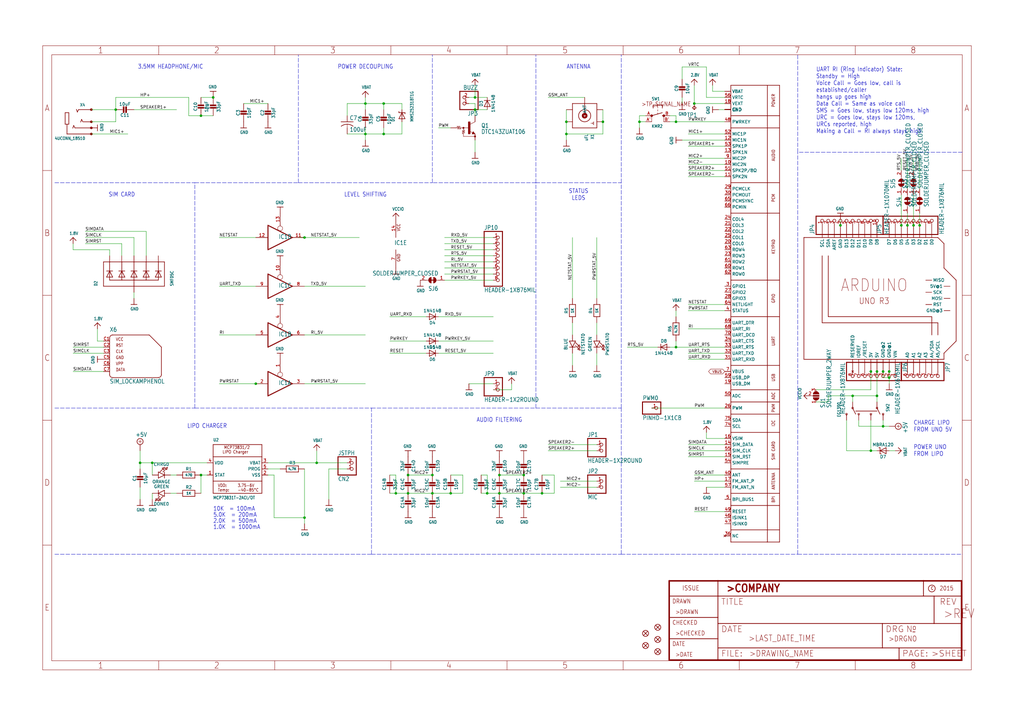
<source format=kicad_sch>
(kicad_sch (version 20211123) (generator eeschema)
  (paper "User" 427.076 299.161)
  (junction (at 83.82 198.12))
  (junction (at 363.22 187.96))
  (junction (at 370.84 157.48))
  (junction (at 127 215.9))
  (junction (at 378.46 93.98))
  (junction (at 152.4 43.18))
  (junction (at 355.6 165.1))
  (junction (at 251.46 50.8))
  (junction (at 127 99.06))
  (junction (at 236.22 55.88))
  (junction (at 152.4 55.88))
  (junction (at 165.1 205.74))
  (junction (at 198.12 40.64))
  (junction (at 218.44 205.74))
  (junction (at 180.34 198.12))
  (junction (at 381 93.98))
  (junction (at 198.12 45.72))
  (junction (at 170.18 198.12))
  (junction (at 350.52 93.98))
  (junction (at 180.34 205.74))
  (junction (at 58.42 193.04))
  (junction (at 365.76 165.1))
  (junction (at 48.26 45.72))
  (junction (at 365.76 154.94))
  (junction (at 289.56 43.18))
  (junction (at 363.22 154.94))
  (junction (at 370.84 154.94))
  (junction (at 88.9 40.64))
  (junction (at 218.44 198.12))
  (junction (at 106.68 160.02))
  (junction (at 383.54 93.98))
  (junction (at 368.3 177.8))
  (junction (at 160.02 43.18))
  (junction (at 281.94 50.8))
  (junction (at 83.82 48.26))
  (junction (at 187.96 205.74))
  (junction (at 236.22 50.8))
  (junction (at 63.5 193.04))
  (junction (at 160.02 55.88))
  (junction (at 281.94 144.78))
  (junction (at 266.7 50.8))
  (junction (at 226.06 205.74))
  (junction (at 203.2 205.74))
  (junction (at 208.28 198.12))
  (junction (at 368.3 154.94))
  (junction (at 170.18 205.74))
  (junction (at 208.28 205.74))
  (junction (at 132.08 193.04))
  (junction (at 375.92 93.98))
  (wire (pts (xy 284.48 27.94) (xy 284.48 33.02)))
  (wire (pts (xy 236.22 58.42) (xy 236.22 55.88)))
  (wire (pts (xy 195.58 43.18) (xy 198.12 43.18)))
  (wire (pts (xy 187.96 53.34) (xy 182.88 53.34)))
  (wire (pts (xy 355.6 167.64) (xy 355.6 165.1)))
  (wire (pts (xy 281.94 50.8) (xy 279.4 50.8)))
  (wire (pts (xy 236.22 55.88) (xy 251.46 55.88)))
  (wire (pts (xy 152.4 43.18) (xy 152.4 40.64)))
  (wire (pts (xy 43.18 142.24) (xy 40.64 142.24)))
  (wire (pts (xy 180.34 198.12) (xy 170.18 198.12)))
  (wire (pts (xy 248.92 99.06) (xy 248.92 124.46)))
  (wire (pts (xy 294.64 203.2) (xy 302.26 203.2)))
  (wire (pts (xy 302.26 137.16) (xy 287.02 137.16)))
  (wire (pts (xy 127 195.58) (xy 127 215.9)))
  (wire (pts (xy 106.68 99.06) (xy 91.44 99.06)))
  (wire (pts (xy 38.1 55.88) (xy 53.34 55.88)))
  (wire (pts (xy 302.26 147.32) (xy 287.02 147.32)))
  (wire (pts (xy 302.26 71.12) (xy 287.02 71.12)))
  (wire (pts (xy 226.06 198.12) (xy 231.14 198.12)))
  (wire (pts (xy 114.3 198.12) (xy 114.3 215.9)))
  (polyline (pts (xy 180.34 76.2) (xy 180.34 22.86)))
  (wire (pts (xy 294.64 40.64) (xy 294.64 27.94)))
  (wire (pts (xy 368.3 177.8) (xy 370.84 177.8)))
  (polyline (pts (xy 154.94 231.14) (xy 259.08 231.14)))
  (wire (pts (xy 340.36 162.56) (xy 363.22 162.56)))
  (wire (pts (xy 358.14 175.26) (xy 358.14 177.8)))
  (polyline (pts (xy 332.74 231.14) (xy 401.32 231.14)))
  (wire (pts (xy 60.96 96.52) (xy 35.56 96.52)))
  (polyline (pts (xy 124.46 76.2) (xy 180.34 76.2)))
  (wire (pts (xy 251.46 50.8) (xy 251.46 45.72)))
  (wire (pts (xy 185.42 101.6) (xy 205.74 101.6)))
  (wire (pts (xy 45.72 106.68) (xy 45.72 104.14)))
  (polyline (pts (xy 22.86 170.18) (xy 81.28 170.18)))
  (wire (pts (xy 236.22 45.72) (xy 236.22 50.8)))
  (polyline (pts (xy 223.52 170.18) (xy 259.08 170.18)))
  (wire (pts (xy 302.26 149.86) (xy 287.02 149.86)))
  (wire (pts (xy 182.88 142.24) (xy 205.74 142.24)))
  (wire (pts (xy 236.22 50.8) (xy 236.22 55.88)))
  (wire (pts (xy 365.76 187.96) (xy 363.22 187.96)))
  (wire (pts (xy 63.5 193.04) (xy 86.36 193.04)))
  (polyline (pts (xy 259.08 231.14) (xy 332.74 231.14)))
  (wire (pts (xy 231.14 205.74) (xy 226.06 205.74)))
  (polyline (pts (xy 223.52 76.2) (xy 259.08 76.2)))
  (wire (pts (xy 48.26 45.72) (xy 48.26 40.64)))
  (wire (pts (xy 355.6 165.1) (xy 365.76 165.1)))
  (wire (pts (xy 177.8 142.24) (xy 162.56 142.24)))
  (wire (pts (xy 266.7 48.26) (xy 266.7 50.8)))
  (wire (pts (xy 48.26 40.64) (xy 78.74 40.64)))
  (wire (pts (xy 167.64 55.88) (xy 167.64 50.8)))
  (polyline (pts (xy 223.52 170.18) (xy 223.52 76.2)))
  (wire (pts (xy 363.22 175.26) (xy 363.22 187.96)))
  (polyline (pts (xy 332.74 231.14) (xy 332.74 63.5)))
  (wire (pts (xy 132.08 193.04) (xy 132.08 187.96)))
  (polyline (pts (xy 401.32 63.5) (xy 332.74 63.5)))
  (wire (pts (xy 363.22 162.56) (xy 363.22 154.94)))
  (wire (pts (xy 152.4 58.42) (xy 152.4 55.88)))
  (wire (pts (xy 281.94 132.08) (xy 281.94 129.54)))
  (wire (pts (xy 73.66 198.12) (xy 71.12 198.12)))
  (wire (pts (xy 274.32 144.78) (xy 261.62 144.78)))
  (wire (pts (xy 152.4 43.18) (xy 160.02 43.18)))
  (wire (pts (xy 152.4 55.88) (xy 160.02 55.88)))
  (wire (pts (xy 248.92 134.62) (xy 248.92 139.7)))
  (wire (pts (xy 205.74 160.02) (xy 195.58 160.02)))
  (wire (pts (xy 238.76 147.32) (xy 238.76 152.4)))
  (wire (pts (xy 165.1 205.74) (xy 170.18 205.74)))
  (wire (pts (xy 83.82 198.12) (xy 86.36 198.12)))
  (wire (pts (xy 127 139.7) (xy 152.4 139.7)))
  (wire (pts (xy 165.1 205.74) (xy 162.56 205.74)))
  (wire (pts (xy 160.02 53.34) (xy 160.02 55.88)))
  (wire (pts (xy 101.6 43.18) (xy 111.76 43.18)))
  (wire (pts (xy 58.42 203.2) (xy 58.42 208.28)))
  (wire (pts (xy 30.48 104.14) (xy 30.48 101.6)))
  (wire (pts (xy 226.06 205.74) (xy 218.44 205.74)))
  (wire (pts (xy 73.66 205.74) (xy 71.12 205.74)))
  (wire (pts (xy 162.56 198.12) (xy 165.1 198.12)))
  (wire (pts (xy 381 66.04) (xy 381 71.12)))
  (wire (pts (xy 160.02 43.18) (xy 167.64 43.18)))
  (wire (pts (xy 269.24 50.8) (xy 266.7 50.8)))
  (wire (pts (xy 88.9 48.26) (xy 83.82 48.26)))
  (wire (pts (xy 231.14 198.12) (xy 231.14 205.74)))
  (wire (pts (xy 208.28 205.74) (xy 218.44 205.74)))
  (wire (pts (xy 193.04 205.74) (xy 187.96 205.74)))
  (wire (pts (xy 302.26 43.18) (xy 289.56 43.18)))
  (wire (pts (xy 281.94 48.26) (xy 281.94 50.8)))
  (wire (pts (xy 218.44 198.12) (xy 208.28 198.12)))
  (wire (pts (xy 111.76 198.12) (xy 114.3 198.12)))
  (wire (pts (xy 378.46 93.98) (xy 378.46 88.9)))
  (wire (pts (xy 302.26 129.54) (xy 287.02 129.54)))
  (wire (pts (xy 383.54 78.74) (xy 383.54 66.04)))
  (wire (pts (xy 228.6 187.96) (xy 248.92 187.96)))
  (wire (pts (xy 198.12 40.64) (xy 195.58 40.64)))
  (wire (pts (xy 109.22 160.02) (xy 106.68 160.02)))
  (wire (pts (xy 271.78 170.18) (xy 302.26 170.18)))
  (wire (pts (xy 30.48 154.94) (xy 43.18 154.94)))
  (wire (pts (xy 281.94 144.78) (xy 302.26 144.78)))
  (wire (pts (xy 193.04 198.12) (xy 193.04 205.74)))
  (polyline (pts (xy 223.52 76.2) (xy 180.34 76.2)))
  (wire (pts (xy 144.78 48.26) (xy 144.78 43.18)))
  (wire (pts (xy 58.42 193.04) (xy 63.5 193.04)))
  (wire (pts (xy 58.42 193.04) (xy 58.42 187.96)))
  (polyline (pts (xy 81.28 170.18) (xy 81.28 76.2)))
  (wire (pts (xy 185.42 106.68) (xy 205.74 106.68)))
  (wire (pts (xy 248.92 185.42) (xy 228.6 185.42)))
  (wire (pts (xy 365.76 154.94) (xy 365.76 165.1)))
  (wire (pts (xy 124.46 99.06) (xy 127 99.06)))
  (wire (pts (xy 203.2 198.12) (xy 203.2 205.74)))
  (wire (pts (xy 205.74 114.3) (xy 185.42 114.3)))
  (wire (pts (xy 368.3 157.48) (xy 370.84 157.48)))
  (wire (pts (xy 78.74 40.64) (xy 78.74 48.26)))
  (wire (pts (xy 368.3 154.94) (xy 368.3 157.48)))
  (wire (pts (xy 78.74 48.26) (xy 83.82 48.26)))
  (wire (pts (xy 251.46 55.88) (xy 251.46 50.8)))
  (wire (pts (xy 45.72 104.14) (xy 30.48 104.14)))
  (wire (pts (xy 198.12 43.18) (xy 198.12 45.72)))
  (wire (pts (xy 370.84 154.94) (xy 370.84 157.48)))
  (wire (pts (xy 375.92 66.04) (xy 375.92 71.12)))
  (wire (pts (xy 279.4 48.26) (xy 281.94 48.26)))
  (wire (pts (xy 353.06 175.26) (xy 353.06 187.96)))
  (wire (pts (xy 198.12 58.42) (xy 198.12 63.5)))
  (wire (pts (xy 114.3 215.9) (xy 127 215.9)))
  (wire (pts (xy 58.42 195.58) (xy 58.42 193.04)))
  (wire (pts (xy 198.12 35.56) (xy 198.12 40.64)))
  (wire (pts (xy 111.76 195.58) (xy 116.84 195.58)))
  (wire (pts (xy 63.5 205.74) (xy 63.5 208.28)))
  (polyline (pts (xy 259.08 170.18) (xy 259.08 76.2)))
  (wire (pts (xy 302.26 127) (xy 287.02 127)))
  (wire (pts (xy 284.48 40.64) (xy 284.48 43.18)))
  (wire (pts (xy 368.3 175.26) (xy 368.3 177.8)))
  (wire (pts (xy 106.68 119.38) (xy 91.44 119.38)))
  (wire (pts (xy 187.96 205.74) (xy 180.34 205.74)))
  (wire (pts (xy 294.64 27.94) (xy 284.48 27.94)))
  (wire (pts (xy 287.02 60.96) (xy 302.26 60.96)))
  (wire (pts (xy 302.26 66.04) (xy 287.02 66.04)))
  (polyline (pts (xy 223.52 76.2) (xy 223.52 22.86)))
  (wire (pts (xy 302.26 50.8) (xy 281.94 50.8)))
  (wire (pts (xy 182.88 132.08) (xy 205.74 132.08)))
  (wire (pts (xy 205.74 109.22) (xy 185.42 109.22)))
  (wire (pts (xy 182.88 147.32) (xy 205.74 147.32)))
  (wire (pts (xy 160.02 55.88) (xy 167.64 55.88)))
  (wire (pts (xy 127 160.02) (xy 152.4 160.02)))
  (polyline (pts (xy 22.86 76.2) (xy 81.28 76.2)))
  (wire (pts (xy 353.06 187.96) (xy 363.22 187.96)))
  (wire (pts (xy 83.82 205.74) (xy 83.82 198.12)))
  (wire (pts (xy 281.94 144.78) (xy 281.94 142.24)))
  (wire (pts (xy 383.54 88.9) (xy 383.54 93.98)))
  (wire (pts (xy 370.84 157.48) (xy 370.84 160.02)))
  (wire (pts (xy 269.24 48.26) (xy 266.7 48.26)))
  (wire (pts (xy 40.64 142.24) (xy 40.64 137.16)))
  (wire (pts (xy 213.36 162.56) (xy 205.74 162.56)))
  (wire (pts (xy 302.26 200.66) (xy 289.56 200.66)))
  (polyline (pts (xy 259.08 231.14) (xy 259.08 170.18)))
  (wire (pts (xy 198.12 45.72) (xy 203.2 45.72)))
  (wire (pts (xy 228.6 40.64) (xy 243.84 40.64)))
  (wire (pts (xy 83.82 40.64) (xy 88.9 40.64)))
  (wire (pts (xy 55.88 99.06) (xy 35.56 99.06)))
  (wire (pts (xy 340.36 167.64) (xy 345.44 167.64)))
  (wire (pts (xy 73.66 45.72) (xy 55.88 45.72)))
  (wire (pts (xy 238.76 124.46) (xy 238.76 99.06)))
  (wire (pts (xy 132.08 193.04) (xy 111.76 193.04)))
  (wire (pts (xy 132.08 193.04) (xy 144.78 193.04)))
  (wire (pts (xy 55.88 121.92) (xy 55.88 124.46)))
  (wire (pts (xy 205.74 104.14) (xy 185.42 104.14)))
  (wire (pts (xy 38.1 50.8) (xy 48.26 50.8)))
  (wire (pts (xy 50.8 106.68) (xy 50.8 101.6)))
  (wire (pts (xy 203.2 205.74) (xy 208.28 205.74)))
  (wire (pts (xy 144.78 55.88) (xy 152.4 55.88)))
  (wire (pts (xy 373.38 187.96) (xy 370.84 187.96)))
  (wire (pts (xy 43.18 144.78) (xy 30.48 144.78)))
  (polyline (pts (xy 259.08 76.2) (xy 259.08 22.86)))
  (wire (pts (xy 302.26 187.96) (xy 287.02 187.96)))
  (wire (pts (xy 165.1 198.12) (xy 165.1 205.74)))
  (wire (pts (xy 378.46 78.74) (xy 378.46 66.04)))
  (wire (pts (xy 213.36 160.02) (xy 213.36 162.56)))
  (polyline (pts (xy 154.94 231.14) (xy 154.94 170.18)))
  (polyline (pts (xy 81.28 76.2) (xy 124.46 76.2)))
  (wire (pts (xy 302.26 190.5) (xy 287.02 190.5)))
  (wire (pts (xy 365.76 165.1) (xy 365.76 167.64)))
  (wire (pts (xy 287.02 73.66) (xy 302.26 73.66)))
  (wire (pts (xy 200.66 198.12) (xy 203.2 198.12)))
  (wire (pts (xy 127 119.38) (xy 152.4 119.38)))
  (wire (pts (xy 48.26 45.72) (xy 48.26 50.8)))
  (wire (pts (xy 106.68 139.7) (xy 91.44 139.7)))
  (wire (pts (xy 144.78 43.18) (xy 152.4 43.18)))
  (wire (pts (xy 43.18 147.32) (xy 30.48 147.32)))
  (wire (pts (xy 50.8 101.6) (xy 35.56 101.6)))
  (wire (pts (xy 266.7 50.8) (xy 266.7 53.34)))
  (wire (pts (xy 302.26 40.64) (xy 294.64 40.64)))
  (polyline (pts (xy 332.74 63.5) (xy 332.74 22.86)))
  (wire (pts (xy 345.44 167.64) (xy 345.44 165.1)))
  (wire (pts (xy 127 215.9) (xy 127 218.44)))
  (wire (pts (xy 198.12 45.72) (xy 198.12 48.26)))
  (wire (pts (xy 187.96 198.12) (xy 193.04 198.12)))
  (wire (pts (xy 294.64 182.88) (xy 294.64 180.34)))
  (wire (pts (xy 238.76 134.62) (xy 238.76 139.7)))
  (wire (pts (xy 287.02 55.88) (xy 302.26 55.88)))
  (wire (pts (xy 177.8 147.32) (xy 162.56 147.32)))
  (wire (pts (xy 185.42 111.76) (xy 205.74 111.76)))
  (wire (pts (xy 248.92 152.4) (xy 248.92 147.32)))
  (wire (pts (xy 137.16 195.58) (xy 137.16 208.28)))
  (wire (pts (xy 106.68 160.02) (xy 91.44 160.02)))
  (wire (pts (xy 287.02 185.42) (xy 302.26 185.42)))
  (wire (pts (xy 152.4 45.72) (xy 152.4 43.18)))
  (wire (pts (xy 302.26 38.1) (xy 297.18 38.1)))
  (wire (pts (xy 375.92 81.28) (xy 375.92 93.98)))
  (wire (pts (xy 60.96 106.68) (xy 60.96 96.52)))
  (wire (pts (xy 160.02 45.72) (xy 160.02 43.18)))
  (wire (pts (xy 127 99.06) (xy 149.86 99.06)))
  (wire (pts (xy 233.68 203.2) (xy 248.92 203.2)))
  (wire (pts (xy 287.02 68.58) (xy 302.26 68.58)))
  (wire (pts (xy 205.74 99.06) (xy 185.42 99.06)))
  (wire (pts (xy 198.12 40.64) (xy 203.2 40.64)))
  (polyline (pts (xy 154.94 170.18) (xy 223.52 170.18)))
  (wire (pts (xy 381 93.98) (xy 381 81.28)))
  (wire (pts (xy 167.64 43.18) (xy 167.64 45.72)))
  (wire (pts (xy 302.26 45.72) (xy 299.72 45.72)))
  (wire (pts (xy 281.94 144.78) (xy 279.4 144.78)))
  (wire (pts (xy 63.5 198.12) (xy 63.5 193.04)))
  (wire (pts (xy 55.88 106.68) (xy 55.88 99.06)))
  (polyline (pts (xy 22.86 231.14) (xy 154.94 231.14)))
  (wire (pts (xy 302.26 198.12) (xy 289.56 198.12)))
  (wire (pts (xy 137.16 195.58) (xy 144.78 195.58)))
  (wire (pts (xy 289.56 43.18) (xy 289.56 35.56)))
  (wire (pts (xy 302.26 213.36) (xy 289.56 213.36)))
  (wire (pts (xy 185.42 116.84) (xy 205.74 116.84)))
  (wire (pts (xy 203.2 205.74) (xy 200.66 205.74)))
  (wire (pts (xy 297.18 38.1) (xy 297.18 35.56)))
  (wire (pts (xy 152.4 53.34) (xy 152.4 55.88)))
  (wire (pts (xy 177.8 132.08) (xy 162.56 132.08)))
  (wire (pts (xy 345.44 165.1) (xy 355.6 165.1)))
  (wire (pts (xy 248.92 200.66) (xy 233.68 200.66)))
  (wire (pts (xy 48.26 45.72) (xy 38.1 45.72)))
  (wire (pts (xy 350.52 93.98) (xy 350.52 91.44)))
  (wire (pts (xy 170.18 205.74) (xy 180.34 205.74)))
  (polyline (pts (xy 124.46 76.2) (xy 124.46 22.86)))
  (wire (pts (xy 284.48 58.42) (xy 302.26 58.42)))
  (wire (pts (xy 302.26 182.88) (xy 294.64 182.88)))
  (wire (pts (xy 358.14 177.8) (xy 368.3 177.8)))
  (polyline (pts (xy 81.28 170.18) (xy 154.94 170.18)))
  (text "2.0K  = 500mA" (at 88.9 218.44 180) (effects (font (size 1.778 1.5113)) (justify left bottom)))
  (text "POWER UNO\nFROM LIPO" (at 381 190.5 180) (effects (font (size 1.778 1.5113)) (justify left bottom)))
  (text "CHARGE LIPO\nFROM UNO 5V" (at 381 180.34 180) (effects (font (size 1.778 1.5113)) (justify left bottom)))
  (text "5.0K  = 200mA" (at 88.9 215.9 180) (effects (font (size 1.778 1.5113)) (justify left bottom)))
  (text "STATUS\nLEDS" (at 241.3 81.28 180) (effects (font (size 1.778 1.5113))))
  (text "3.5MM HEADPHONE/MIC" (at 71.12 27.94 180) (effects (font (size 1.778 1.5113))))
  (text "ANTENNA" (at 241.3 27.94 180) (effects (font (size 1.778 1.5113))))
  (text "10K  = 100mA" (at 88.9 213.36 180) (effects (font (size 1.778 1.5113)) (justify left bottom)))
  (text "1.0K  = 1000mA" (at 88.9 220.98 180) (effects (font (size 1.778 1.5113)) (justify left bottom)))
  (text "SIM CARD" (at 50.8 81.28 180) (effects (font (size 1.778 1.5113))))
  (text "LIPO CHARGER" (at 86.36 177.8 180) (effects (font (size 1.778 1.5113))))
  (text "LEVEL SHIFTING" (at 152.4 81.28 180) (effects (font (size 1.778 1.5113))))
  (text "UART RI (Ring Indicator) State:\nStandby = High\nVoice Call = Goes low, call is\nestablished/caller\nhangs up goes high\nData Call = Same as voice call\nSMS = Goes low, stays low 120ms, high\nURC = Goes low, stays low 120ms,\nURCs reported, high\nMaking a Call = RI always stays high" (at 340.36 55.88 180) (effects (font (size 1.778 1.5113)) (justify left bottom)))
  (text "POWER DECOUPLING" (at 152.4 27.94 180) (effects (font (size 1.778 1.5113))))
  (text "AUDIO FILTERING" (at 208.28 175.26 180) (effects (font (size 1.778 1.5113))))
  (label "RTS_5V" (at 261.62 144.78 0) (effects (font (size 1.2446 1.2446))))
  (label "NETSTAT_5V" (at 238.76 116.84 90) (effects (font (size 1.2446 1.2446))))
  (label "SPEAKER2+" (at 287.02 71.12 0) (effects (font (size 1.2446 1.2446))))
  (label "PWRSTAT" (at 287.02 129.54 0) (effects (font (size 1.2446 1.2446))))
  (label "RXD_5V" (at 187.96 99.06 0) (effects (font (size 1.2446 1.2446))))
  (label "UART_TXD" (at 287.02 147.32 0) (effects (font (size 1.2446 1.2446))))
  (label "RI" (at 91.44 139.7 0) (effects (font (size 1.2446 1.2446))))
  (label "MIC2+" (at 172.72 198.12 0) (effects (font (size 1.2446 1.2446))))
  (label "SPEAKER2+" (at 210.82 198.12 0) (effects (font (size 1.2446 1.2446))))
  (label "HP+" (at 58.42 40.64 0) (effects (font (size 1.2446 1.2446))))
  (label "MIC2+" (at 287.02 66.04 0) (effects (font (size 1.2446 1.2446))))
  (label "TXD_5V" (at 381 71.12 90) (effects (font (size 1.2446 1.2446))))
  (label "SIMRST" (at 30.48 144.78 0) (effects (font (size 1.2446 1.2446))))
  (label "SIMCLK" (at 30.48 147.32 0) (effects (font (size 1.2446 1.2446))))
  (label "NETSTAT_5V" (at 187.96 111.76 0) (effects (font (size 1.2446 1.2446))))
  (label "MIC2-" (at 287.02 68.58 0) (effects (font (size 1.2446 1.2446))))
  (label "SIMDATA" (at 35.56 96.52 0) (effects (font (size 1.2446 1.2446))))
  (label "PWRKEY" (at 287.02 50.8 0) (effects (font (size 1.2446 1.2446))))
  (label "RXD_5V" (at 383.54 71.12 90) (effects (font (size 1.2446 1.2446))))
  (label "PWM" (at 289.56 170.18 0) (effects (font (size 1.2446 1.2446))))
  (label "NETSTAT" (at 91.44 99.06 0) (effects (font (size 1.2446 1.2446))))
  (label "UART_RXD" (at 287.02 149.86 0) (effects (font (size 1.2446 1.2446))))
  (label "VRTC" (at 287.02 27.94 0) (effects (font (size 1.2446 1.2446))))
  (label "SPEAKER2-" (at 287.02 73.66 0) (effects (font (size 1.2446 1.2446))))
  (label "RI_5V" (at 187.96 109.22 0) (effects (font (size 1.2446 1.2446))))
  (label "RXD_5V" (at 185.42 132.08 0) (effects (font (size 1.2446 1.2446))))
  (label "SIMDATA" (at 287.02 185.42 0) (effects (font (size 1.2446 1.2446))))
  (label "SIMDATA" (at 30.48 154.94 0) (effects (font (size 1.2446 1.2446))))
  (label "UART_TXD" (at 91.44 119.38 0) (effects (font (size 1.2446 1.2446))))
  (label "PWRSTAT_5V" (at 187.96 114.3 0) (effects (font (size 1.2446 1.2446))))
  (label "MIC1+" (at 104.14 43.18 0) (effects (font (size 1.2446 1.2446))))
  (label "MIC1+" (at 287.02 55.88 0) (effects (font (size 1.2446 1.2446))))
  (label "RESET_5V" (at 187.96 104.14 0) (effects (font (size 1.2446 1.2446))))
  (label "MIC2-" (at 172.72 205.74 0) (effects (font (size 1.2446 1.2446))))
  (label "TXD_5V" (at 129.54 119.38 0) (effects (font (size 1.2446 1.2446))))
  (label "SPEAKER2+" (at 228.6 187.96 0) (effects (font (size 1.2446 1.2446))))
  (label "GSM_ANT" (at 289.56 198.12 0) (effects (font (size 1.2446 1.2446))))
  (label "PWRKEY" (at 162.56 142.24 0) (effects (font (size 1.2446 1.2446))))
  (label "PWRSTAT_5V" (at 248.92 116.84 90) (effects (font (size 1.2446 1.2446))))
  (label "SPEAKER1+" (at 287.02 60.96 0) (effects (font (size 1.2446 1.2446))))
  (label "RI" (at 287.02 137.16 0) (effects (font (size 1.2446 1.2446))))
  (label "GSM_ANT" (at 228.6 40.64 0) (effects (font (size 1.2446 1.2446))))
  (label "RTS_5V" (at 375.92 71.12 90) (effects (font (size 1.2446 1.2446))))
  (label "UART_RTS" (at 287.02 144.78 0) (effects (font (size 1.2446 1.2446))))
  (label "MIC1+" (at 45.72 55.88 0) (effects (font (size 1.2446 1.2446))))
  (label "TXD_5V" (at 187.96 101.6 0) (effects (font (size 1.2446 1.2446))))
  (label "NETSTAT" (at 287.02 127 0) (effects (font (size 1.2446 1.2446))))
  (label "RESET_5V" (at 378.46 71.12 90) (effects (font (size 1.2446 1.2446))))
  (label "PWM" (at 182.88 53.34 0) (effects (font (size 1.2446 1.2446))))
  (label "PWRKEY_5V" (at 185.42 142.24 0) (effects (font (size 1.2446 1.2446))))
  (label "RI_5V" (at 129.54 139.7 0) (effects (font (size 1.2446 1.2446))))
  (label "PWRSTAT_5V" (at 129.54 160.02 0) (effects (font (size 1.2446 1.2446))))
  (label "RESET" (at 162.56 147.32 0) (effects (font (size 1.2446 1.2446))))
  (label "SPEAKER1+" (at 58.42 45.72 0) (effects (font (size 1.2446 1.2446))))
  (label "PWRSTAT" (at 91.44 160.02 0) (effects (font (size 1.2446 1.2446))))
  (label "SPEAKER2-" (at 210.82 205.74 0) (effects (font (size 1.2446 1.2446))))
  (label "SPEAKER2-" (at 228.6 185.42 0) (effects (font (size 1.2446 1.2446))))
  (label "RTS_5V" (at 187.96 106.68 0) (effects (font (size 1.2446 1.2446))))
  (label "MIC2-" (at 236.22 203.2 0) (effects (font (size 1.2446 1.2446))))
  (label "PWRKEY_5V" (at 187.96 116.84 0) (effects (font (size 1.2446 1.2446))))
  (label "SIMCLK" (at 35.56 99.06 0) (effects (font (size 1.2446 1.2446))))
  (label "SIMCLK" (at 287.02 187.96 0) (effects (font (size 1.2446 1.2446))))
  (label "RESET" (at 289.56 213.36 0) (effects (font (size 1.2446 1.2446))))
  (label "SIMRST" (at 287.02 190.5 0) (effects (font (size 1.2446 1.2446))))
  (label "NETSTAT_5V" (at 129.54 99.06 0) (effects (font (size 1.2446 1.2446))))
  (label "RESET_5V" (at 185.42 147.32 0) (effects (font (size 1.2446 1.2446))))
  (label "SIMRST" (at 35.56 101.6 0) (effects (font (size 1.2446 1.2446))))
  (label "MIC2+" (at 236.22 200.66 0) (effects (font (size 1.2446 1.2446))))
  (label "HP+" (at 289.56 200.66 0) (effects (font (size 1.2446 1.2446))))
  (label "UART_RXD" (at 162.56 132.08 0) (effects (font (size 1.2446 1.2446))))
  (global_label "VBUS" (shape bidirectional) (at 302.26 154.94 180) (effects (font (size 1.016 1.016))) (property "Intersheet References" "${INTERSHEET_REFS}" (effects hide)))
  (symbol (lib_id "eagleSchem-eagle-import:SOLDERJUMPER_CLOSED") (at 381 76.2 90) (unit 1)
    (property "Reference" "SJ3" (at 378.46 78.74 0) (effects (font (size 1.778 1.5113)) (justify left bottom)))
    (property "Value" "SOLDERJUMPER_CLOSED" (at 384.81 78.74 0) (effects (font (size 1.778 1.5113)) (justify left bottom)))
    (property "Footprint" "eagleSchem:SOLDERJUMPER_CLOSEDWIRE" (effects hide))
  )
  (symbol (lib_id "eagleSchem-eagle-import:SOLDERJUMPER_CLOSED") (at 180.34 116.84 180) (unit 1)
    (property "Reference" "SJ6" (at 182.88 119.38 0) (effects (font (size 1.778 1.5113)) (justify left bottom)))
    (property "Value" "SOLDERJUMPER_CLOSED" (at 182.88 113.03 0) (effects (font (size 1.778 1.5113)) (justify left bottom)))
    (property "Footprint" "eagleSchem:SOLDERJUMPER_CLOSEDWIRE" (effects hide))
  )
  (symbol (lib_id "eagleSchem-eagle-import:CAP_CERAMIC0805-NOOUTLINE") (at 88.9 45.72 0) (unit 1)
    (property "Reference" "C4" (at 86.61 44.47 90))
    (property "Value" "33pF" (at 91.2 44.47 90))
    (property "Footprint" "eagleSchem:0805-NO" (effects hide))
  )
  (symbol (lib_id "eagleSchem-eagle-import:DIODESOD-323") (at 203.2 43.18 90) (unit 1)
    (property "Reference" "D3" (at 200.66 43.18 0))
    (property "Value" "1N4148" (at 205.7 43.18 0))
    (property "Footprint" "eagleSchem:SOD-323" (effects hide))
  )
  (symbol (lib_id "eagleSchem-eagle-import:VBAT") (at 297.18 33.02 0) (unit 1)
    (property "Reference" "#U$40" (effects hide))
    (property "Value" "VBAT" (at 295.656 32.004 0) (effects (font (size 1.27 1.0795)) (justify left bottom)))
    (property "Footprint" "eagleSchem:" (effects hide))
  )
  (symbol (lib_id "eagleSchem-eagle-import:CON_JST_PH_2PIN") (at 147.32 193.04 0) (mirror x) (unit 1)
    (property "Reference" "CN2" (at 140.97 198.755 0) (effects (font (size 1.778 1.5113)) (justify left bottom)))
    (property "Value" "JSTPH" (at 140.97 187.96 0) (effects (font (size 1.778 1.5113)) (justify left bottom)))
    (property "Footprint" "eagleSchem:JSTPH2" (effects hide))
  )
  (symbol (lib_id "eagleSchem-eagle-import:C-USC1210") (at 144.78 50.8 0) (unit 1)
    (property "Reference" "C7" (at 145.796 50.165 0) (effects (font (size 1.778 1.5113)) (justify left bottom)))
    (property "Value" "100uF" (at 145.796 54.991 0) (effects (font (size 1.778 1.5113)) (justify left bottom)))
    (property "Footprint" "eagleSchem:C1210" (effects hide))
  )
  (symbol (lib_id "eagleSchem-eagle-import:MCP73831{slash}2") (at 99.06 195.58 0) (unit 1)
    (property "Reference" "U2" (at 88.9 184.15 0) (effects (font (size 1.27 1.0795)) (justify left bottom)))
    (property "Value" "MCP73831T-2ACI/OT" (at 88.9 208.28 0) (effects (font (size 1.27 1.0795)) (justify left bottom)))
    (property "Footprint" "eagleSchem:SOT23-5" (effects hide))
  )
  (symbol (lib_id "eagleSchem-eagle-import:DIODE-ZENERSOD123") (at 167.64 48.26 90) (unit 1)
    (property "Reference" "D1" (at 164.6174 50.8 0) (effects (font (size 1.27 1.0795)) (justify left bottom)))
    (property "Value" "MMSZ5231BT1G" (at 172.4914 50.8 0) (effects (font (size 1.27 1.0795)) (justify left bottom)))
    (property "Footprint" "eagleSchem:SOD-123" (effects hide))
  )
  (symbol (lib_id "eagleSchem-eagle-import:CAP_4PACK1206") (at 170.18 193.04 180) (unit 4)
    (property "Reference" "C14" (at 172.47 194.29 90))
    (property "Value" "33pF" (at 167.88 194.29 90))
    (property "Footprint" "eagleSchem:RESPACK_4X0603" (effects hide))
  )
  (symbol (lib_id "eagleSchem-eagle-import:GND") (at 195.58 162.56 0) (unit 1)
    (property "Reference" "#U$31" (effects hide))
    (property "Value" "GND" (at 194.056 165.1 0) (effects (font (size 1.27 1.0795)) (justify left bottom)))
    (property "Footprint" "eagleSchem:" (effects hide))
  )
  (symbol (lib_id "eagleSchem-eagle-import:74125PW") (at 116.84 139.7 0) (unit 2)
    (property "Reference" "IC1" (at 116.205 140.335 0) (effects (font (size 1.778 1.5113)) (justify left bottom)))
    (property "Value" "74VHCT125PW" (effects hide))
    (property "Footprint" "eagleSchem:TSSOP14" (effects hide))
  )
  (symbol (lib_id "eagleSchem-eagle-import:SIM_LOCKAMPHENOL") (at 55.88 147.32 0) (unit 1)
    (property "Reference" "X6" (at 45.72 138.43 0) (effects (font (size 1.778 1.5113)) (justify left bottom)))
    (property "Value" "SIM_LOCKAMPHENOL" (at 45.72 160.02 0) (effects (font (size 1.778 1.5113)) (justify left bottom)))
    (property "Footprint" "eagleSchem:C707_10M006_512_2" (effects hide))
  )
  (symbol (lib_id "eagleSchem-eagle-import:CAP_4PACK1206") (at 162.56 203.2 0) (unit 2)
    (property "Reference" "C14" (at 160.27 201.95 90))
    (property "Value" "33pF" (at 164.86 201.95 90))
    (property "Footprint" "eagleSchem:RESPACK_4X0603" (effects hide))
  )
  (symbol (lib_id "eagleSchem-eagle-import:LED0805_NOOUTLINE") (at 68.58 198.12 0) (unit 1)
    (property "Reference" "CHRG0" (at 67.31 193.675 0))
    (property "Value" "ORANGE" (at 67.31 200.914 0))
    (property "Footprint" "eagleSchem:CHIPLED_0805_NOOUTLINE" (effects hide))
  )
  (symbol (lib_id "eagleSchem-eagle-import:ARDUINO_R3_ICSP_NODIM") (at 335.28 149.86 0) (unit 1)
    (property "Reference" "M1" (effects hide))
    (property "Value" "ARDUINO_R3_ICSP_NODIM" (effects hide))
    (property "Footprint" "eagleSchem:ARDUINOR3_ICSP_NODIM" (effects hide))
  )
  (symbol (lib_id "eagleSchem-eagle-import:SOLDERJUMPER_CLOSED") (at 383.54 83.82 90) (unit 1)
    (property "Reference" "SJ2" (at 381 86.36 0) (effects (font (size 1.778 1.5113)) (justify left bottom)))
    (property "Value" "SOLDERJUMPER_CLOSED" (at 387.35 86.36 0) (effects (font (size 1.778 1.5113)) (justify left bottom)))
    (property "Footprint" "eagleSchem:SOLDERJUMPER_CLOSEDWIRE" (effects hide))
  )
  (symbol (lib_id "eagleSchem-eagle-import:CAP_CERAMIC0805-NOOUTLINE") (at 152.4 50.8 0) (unit 1)
    (property "Reference" "C6" (at 150.11 49.55 90))
    (property "Value" "33pF" (at 154.7 49.55 90))
    (property "Footprint" "eagleSchem:0805-NO" (effects hide))
  )
  (symbol (lib_id "eagleSchem-eagle-import:RESISTOR0805_NOOUTLINE") (at 78.74 198.12 0) (unit 1)
    (property "Reference" "R1" (at 78.74 195.58 0))
    (property "Value" "470" (at 78.74 198.12 0) (effects (font (size 1.016 1.016) bold)))
    (property "Footprint" "eagleSchem:0805-NO" (effects hide))
  )
  (symbol (lib_id "eagleSchem-eagle-import:74125PW") (at 165.1 101.6 0) (unit 5)
    (property "Reference" "IC1" (at 164.465 102.235 0) (effects (font (size 1.778 1.5113)) (justify left bottom)))
    (property "Value" "74VHCT125PW" (effects hide))
    (property "Footprint" "eagleSchem:TSSOP14" (effects hide))
  )
  (symbol (lib_id "eagleSchem-eagle-import:74125PW") (at 116.84 99.06 0) (unit 4)
    (property "Reference" "IC1" (at 116.205 99.695 0) (effects (font (size 1.778 1.5113)) (justify left bottom)))
    (property "Value" "74VHCT125PW" (effects hide))
    (property "Footprint" "eagleSchem:TSSOP14" (effects hide))
  )
  (symbol (lib_id "eagleSchem-eagle-import:GND") (at 55.88 127 0) (unit 1)
    (property "Reference" "#U$27" (effects hide))
    (property "Value" "GND" (at 54.356 129.54 0) (effects (font (size 1.27 1.0795)) (justify left bottom)))
    (property "Footprint" "eagleSchem:" (effects hide))
  )
  (symbol (lib_id "eagleSchem-eagle-import:+5V") (at 58.42 185.42 0) (unit 1)
    (property "Reference" "#SUPPLY1" (effects hide))
    (property "Value" "+5V" (at 56.515 182.245 0) (effects (font (size 1.778 1.5113)) (justify left bottom)))
    (property "Footprint" "eagleSchem:" (effects hide))
  )
  (symbol (lib_id "eagleSchem-eagle-import:1.8V") (at 294.64 177.8 0) (unit 1)
    (property "Reference" "#U$8" (effects hide))
    (property "Value" "1.8V" (at 293.116 176.784 0) (effects (font (size 1.27 1.0795)) (justify left bottom)))
    (property "Footprint" "eagleSchem:" (effects hide))
  )
  (symbol (lib_id "eagleSchem-eagle-import:74125PW") (at 116.84 119.38 0) (unit 3)
    (property "Reference" "IC1" (at 116.205 120.015 0) (effects (font (size 1.778 1.5113)) (justify left bottom)))
    (property "Value" "74VHCT125PW" (effects hide))
    (property "Footprint" "eagleSchem:TSSOP14" (effects hide))
  )
  (symbol (lib_id "eagleSchem-eagle-import:CAP_4PACK1206") (at 170.18 210.82 0) (unit 1)
    (property "Reference" "C14" (at 167.89 209.57 90))
    (property "Value" "33pF" (at 172.48 209.57 90))
    (property "Footprint" "eagleSchem:RESPACK_4X0603" (effects hide))
  )
  (symbol (lib_id "eagleSchem-eagle-import:SWITCH_TACT_SMT") (at 274.32 48.26 0) (unit 1)
    (property "Reference" "SW1" (at 271.78 41.91 0) (effects (font (size 1.27 1.0795)) (justify left bottom)))
    (property "Value" "KMR2" (at 271.78 53.34 0) (effects (font (size 1.27 1.0795)) (justify left bottom)))
    (property "Footprint" "eagleSchem:EVQ-Q2" (effects hide))
  )
  (symbol (lib_id "eagleSchem-eagle-import:GND") (at 170.18 187.96 180) (unit 1)
    (property "Reference" "#U$44" (effects hide))
    (property "Value" "GND" (at 171.704 185.42 0) (effects (font (size 1.27 1.0795)) (justify left bottom)))
    (property "Footprint" "eagleSchem:" (effects hide))
  )
  (symbol (lib_id "eagleSchem-eagle-import:HEADER-1X2ROUND") (at 251.46 187.96 0) (unit 1)
    (property "Reference" "JP1" (at 245.11 182.245 0) (effects (font (size 1.778 1.5113)) (justify left bottom)))
    (property "Value" "HEADER-1X2ROUND" (at 245.11 193.04 0) (effects (font (size 1.778 1.5113)) (justify left bottom)))
    (property "Footprint" "eagleSchem:1X02_ROUND" (effects hide))
  )
  (symbol (lib_id "eagleSchem-eagle-import:RESISTOR0805_NOOUTLINE") (at 121.92 195.58 0) (unit 1)
    (property "Reference" "R3" (at 121.92 193.04 0))
    (property "Value" "4.7K" (at 121.92 195.58 0) (effects (font (size 1.016 1.016) bold)))
    (property "Footprint" "eagleSchem:0805-NO" (effects hide))
  )
  (symbol (lib_id "eagleSchem-eagle-import:CAP_4PACK1206") (at 218.44 203.2 0) (unit 3)
    (property "Reference" "C17" (at 216.15 201.95 90))
    (property "Value" "10pF" (at 220.74 201.95 90))
    (property "Footprint" "eagleSchem:RESPACK_4X0603" (effects hide))
  )
  (symbol (lib_id "eagleSchem-eagle-import:GND") (at 218.44 187.96 180) (unit 1)
    (property "Reference" "#U$49" (effects hide))
    (property "Value" "GND" (at 219.964 185.42 0) (effects (font (size 1.27 1.0795)) (justify left bottom)))
    (property "Footprint" "eagleSchem:" (effects hide))
  )
  (symbol (lib_id "eagleSchem-eagle-import:GND") (at 101.6 53.34 0) (unit 1)
    (property "Reference" "#U$41" (effects hide))
    (property "Value" "GND" (at 100.076 55.88 0) (effects (font (size 1.27 1.0795)) (justify left bottom)))
    (property "Footprint" "eagleSchem:" (effects hide))
  )
  (symbol (lib_id "eagleSchem-eagle-import:VBAT") (at 281.94 127 0) (unit 1)
    (property "Reference" "#U$29" (effects hide))
    (property "Value" "VBAT" (at 280.416 125.984 0) (effects (font (size 1.27 1.0795)) (justify left bottom)))
    (property "Footprint" "eagleSchem:" (effects hide))
  )
  (symbol (lib_id "eagleSchem-eagle-import:GND") (at 40.64 53.34 90) (unit 1)
    (property "Reference" "#U$25" (effects hide))
    (property "Value" "GND" (at 43.18 54.864 0) (effects (font (size 1.27 1.0795)) (justify left bottom)))
    (property "Footprint" "eagleSchem:" (effects hide))
  )
  (symbol (lib_id "eagleSchem-eagle-import:1.8V") (at 30.48 99.06 0) (unit 1)
    (property "Reference" "#U$15" (effects hide))
    (property "Value" "1.8V" (at 28.956 98.044 0) (effects (font (size 1.27 1.0795)) (justify left bottom)))
    (property "Footprint" "eagleSchem:" (effects hide))
  )
  (symbol (lib_id "eagleSchem-eagle-import:GND") (at 40.64 149.86 270) (unit 1)
    (property "Reference" "#U$13" (effects hide))
    (property "Value" "GND" (at 38.1 148.336 0) (effects (font (size 1.27 1.0795)) (justify left bottom)))
    (property "Footprint" "eagleSchem:" (effects hide))
  )
  (symbol (lib_id "eagleSchem-eagle-import:SOLDERJUMPER_CLOSED") (at 378.46 83.82 90) (unit 1)
    (property "Reference" "SJ4" (at 375.92 86.36 0) (effects (font (size 1.778 1.5113)) (justify left bottom)))
    (property "Value" "SOLDERJUMPER_CLOSED" (at 382.27 86.36 0) (effects (font (size 1.778 1.5113)) (justify left bottom)))
    (property "Footprint" "eagleSchem:SOLDERJUMPER_CLOSEDWIRE" (effects hide))
  )
  (symbol (lib_id "eagleSchem-eagle-import:CAP_CERAMIC0805-NOOUTLINE") (at 160.02 50.8 0) (unit 1)
    (property "Reference" "C5" (at 157.73 49.55 90))
    (property "Value" "10pF" (at 162.32 49.55 90))
    (property "Footprint" "eagleSchem:0805-NO" (effects hide))
  )
  (symbol (lib_id "eagleSchem-eagle-import:+5V") (at 373.38 177.8 270) (unit 1)
    (property "Reference" "#SUPPLY2" (effects hide))
    (property "Value" "+5V" (at 376.555 175.895 0) (effects (font (size 1.778 1.5113)) (justify left bottom)))
    (property "Footprint" "eagleSchem:" (effects hide))
  )
  (symbol (lib_id "eagleSchem-eagle-import:DIODESOD-323") (at 180.34 132.08 0) (mirror x) (unit 1)
    (property "Reference" "D4" (at 180.34 134.62 0))
    (property "Value" "1N4148" (at 180.34 129.58 0))
    (property "Footprint" "eagleSchem:SOD-323" (effects hide))
  )
  (symbol (lib_id "eagleSchem-eagle-import:FIDUCIAL{dblquote}{dblquote}") (at 274.32 266.7 0) (unit 1)
    (property "Reference" "FID1" (effects hide))
    (property "Value" "FIDUCIAL{dblquote}{dblquote}" (effects hide))
    (property "Footprint" "eagleSchem:FIDUCIAL_1MM" (effects hide))
  )
  (symbol (lib_id "eagleSchem-eagle-import:GND") (at 152.4 60.96 0) (unit 1)
    (property "Reference" "#U$22" (effects hide))
    (property "Value" "GND" (at 150.876 63.5 0) (effects (font (size 1.27 1.0795)) (justify left bottom)))
    (property "Footprint" "eagleSchem:" (effects hide))
  )
  (symbol (lib_id "eagleSchem-eagle-import:GND") (at 198.12 66.04 0) (unit 1)
    (property "Reference" "#U$32" (effects hide))
    (property "Value" "GND" (at 196.596 68.58 0) (effects (font (size 1.27 1.0795)) (justify left bottom)))
    (property "Footprint" "eagleSchem:" (effects hide))
  )
  (symbol (lib_id "eagleSchem-eagle-import:CAP_CERAMIC0805-NOOUTLINE") (at 284.48 38.1 0) (unit 1)
    (property "Reference" "C9" (at 282.19 36.85 90))
    (property "Value" "10uF" (at 286.78 36.85 90))
    (property "Footprint" "eagleSchem:0805-NO" (effects hide))
  )
  (symbol (lib_id "eagleSchem-eagle-import:PINHD-1X1CB") (at 274.32 170.18 0) (unit 1)
    (property "Reference" "PWM0" (at 267.97 167.005 0) (effects (font (size 1.778 1.5113)) (justify left bottom)))
    (property "Value" "PINHD-1X1CB" (at 267.97 175.26 0) (effects (font (size 1.778 1.5113)) (justify left bottom)))
    (property "Footprint" "eagleSchem:1X01-CLEANBIG" (effects hide))
  )
  (symbol (lib_id "eagleSchem-eagle-import:DIODE-SCHOTTKYSOD-123") (at 368.3 187.96 180) (unit 1)
    (property "Reference" "D7" (at 368.3 190.5 0))
    (property "Value" "MBRA120" (at 368.3 185.46 0))
    (property "Footprint" "eagleSchem:SOD-123" (effects hide))
  )
  (symbol (lib_id "eagleSchem-eagle-import:SMACONNECTOR_EDGE_UFL") (at 243.84 48.26 270) (unit 1)
    (property "Reference" "X1" (at 246.38 55.88 0) (effects (font (size 1.27 1.0795)) (justify left bottom)))
    (property "Value" "uFL" (at 243.84 55.88 0) (effects (font (size 1.27 1.0795)) (justify left bottom)))
    (property "Footprint" "eagleSchem:SMA_EDGELAUNCH_UFL" (effects hide))
  )
  (symbol (lib_id "eagleSchem-eagle-import:GND") (at 127 220.98 0) (unit 1)
    (property "Reference" "#U$6" (effects hide))
    (property "Value" "GND" (at 125.476 223.52 0) (effects (font (size 1.27 1.0795)) (justify left bottom)))
    (property "Footprint" "eagleSchem:" (effects hide))
  )
  (symbol (lib_id "eagleSchem-eagle-import:FIDUCIAL{dblquote}{dblquote}") (at 274.32 271.78 0) (unit 1)
    (property "Reference" "FID3" (effects hide))
    (property "Value" "FIDUCIAL{dblquote}{dblquote}" (effects hide))
    (property "Footprint" "eagleSchem:FIDUCIAL_1MM" (effects hide))
  )
  (symbol (lib_id "eagleSchem-eagle-import:GND") (at 88.9 38.1 180) (unit 1)
    (property "Reference" "#U$37" (effects hide))
    (property "Value" "GND" (at 90.424 35.56 0) (effects (font (size 1.27 1.0795)) (justify left bottom)))
    (property "Footprint" "eagleSchem:" (effects hide))
  )
  (symbol (lib_id "eagleSchem-eagle-import:GND") (at 175.26 119.38 0) (unit 1)
    (property "Reference" "#U$58" (effects hide))
    (property "Value" "GND" (at 173.736 121.92 0) (effects (font (size 1.27 1.0795)) (justify left bottom)))
    (property "Footprint" "eagleSchem:" (effects hide))
  )
  (symbol (lib_id "eagleSchem-eagle-import:GND") (at 350.52 88.9 180) (unit 1)
    (property "Reference" "#U$42" (effects hide))
    (property "Value" "GND" (at 352.044 86.36 0) (effects (font (size 1.27 1.0795)) (justify left bottom)))
    (property "Footprint" "eagleSchem:" (effects hide))
  )
  (symbol (lib_id "eagleSchem-eagle-import:74125PW") (at 116.84 160.02 0) (unit 1)
    (property "Reference" "IC1" (at 116.205 160.655 0) (effects (font (size 1.778 1.5113)) (justify left bottom)))
    (property "Value" "74VHCT125PW" (effects hide))
    (property "Footprint" "eagleSchem:TSSOP14" (effects hide))
  )
  (symbol (lib_id "eagleSchem-eagle-import:GND") (at 208.28 187.96 180) (unit 1)
    (property "Reference" "#U$48" (effects hide))
    (property "Value" "GND" (at 209.804 185.42 0) (effects (font (size 1.27 1.0795)) (justify left bottom)))
    (property "Footprint" "eagleSchem:" (effects hide))
  )
  (symbol (lib_id "eagleSchem-eagle-import:FIDUCIAL{dblquote}{dblquote}") (at 274.32 261.62 0) (unit 1)
    (property "Reference" "FID2" (effects hide))
    (property "Value" "FIDUCIAL{dblquote}{dblquote}" (effects hide))
    (property "Footprint" "eagleSchem:FIDUCIAL_1MM" (effects hide))
  )
  (symbol (lib_id "eagleSchem-eagle-import:CAP_4PACK1206") (at 200.66 203.2 0) (unit 2)
    (property "Reference" "C16" (at 198.37 201.95 90))
    (property "Value" "33pF" (at 202.96 201.95 90))
    (property "Footprint" "eagleSchem:RESPACK_4X0603" (effects hide))
  )
  (symbol (lib_id "eagleSchem-eagle-import:CAP_4PACK1206") (at 180.34 203.2 0) (unit 3)
    (property "Reference" "C15" (at 178.05 201.95 90))
    (property "Value" "10pF" (at 182.64 201.95 90))
    (property "Footprint" "eagleSchem:RESPACK_4X0603" (effects hide))
  )
  (symbol (lib_id "eagleSchem-eagle-import:SOLDERJUMPER_CLOSED") (at 375.92 76.2 90) (unit 1)
    (property "Reference" "SJ5" (at 373.38 78.74 0) (effects (font (size 1.778 1.5113)) (justify left bottom)))
    (property "Value" "SOLDERJUMPER_CLOSED" (at 379.73 78.74 0) (effects (font (size 1.778 1.5113)) (justify left bottom)))
    (property "Footprint" "eagleSchem:SOLDERJUMPER_CLOSEDWIRE" (effects hide))
  )
  (symbol (lib_id "eagleSchem-eagle-import:CAP_4PACK1206") (at 170.18 203.2 0) (unit 3)
    (property "Reference" "C14" (at 167.89 201.95 90))
    (property "Value" "33pF" (at 172.48 201.95 90))
    (property "Footprint" "eagleSchem:RESPACK_4X0603" (effects hide))
  )
  (symbol (lib_id "eagleSchem-eagle-import:GND") (at 116.84 106.68 180) (unit 1)
    (property "Reference" "#U$19" (effects hide))
    (property "Value" "GND" (at 118.364 104.14 0) (effects (font (size 1.27 1.0795)) (justify left bottom)))
    (property "Footprint" "eagleSchem:" (effects hide))
  )
  (symbol (lib_id "eagleSchem-eagle-import:CAP_4PACK1206") (at 180.34 193.04 180) (unit 4)
    (property "Reference" "C15" (at 182.63 194.29 90))
    (property "Value" "10pF" (at 178.04 194.29 90))
    (property "Footprint" "eagleSchem:RESPACK_4X0603" (effects hide))
  )
  (symbol (lib_id "eagleSchem-eagle-import:CAP_CERAMIC0805-NOOUTLINE") (at 58.42 200.66 0) (unit 1)
    (property "Reference" "C1" (at 56.13 199.41 90))
    (property "Value" "10µF" (at 60.72 199.41 90))
    (property "Footprint" "eagleSchem:0805-NO" (effects hide))
  )
  (symbol (lib_id "eagleSchem-eagle-import:RESISTOR0805_NOOUTLINE") (at 78.74 205.74 0) (unit 1)
    (property "Reference" "R2" (at 78.74 203.2 0))
    (property "Value" "1K" (at 78.74 205.74 0) (effects (font (size 1.016 1.016) bold)))
    (property "Footprint" "eagleSchem:0805-NO" (effects hide))
  )
  (symbol (lib_id "eagleSchem-eagle-import:HEADER-1X876MIL") (at 363.22 157.48 270) (unit 1)
    (property "Reference" "JP6" (at 376.555 151.13 0) (effects (font (size 1.778 1.5113)) (justify left bottom)))
    (property "Value" "HEADER-1X876MIL" (at 350.52 151.13 0) (effects (font (size 1.778 1.5113)) (justify left bottom)))
    (property "Footprint" "eagleSchem:1X08_ROUND_76" (effects hide))
  )
  (symbol (lib_id "eagleSchem-eagle-import:GND") (at 284.48 45.72 0) (unit 1)
    (property "Reference" "#U$24" (effects hide))
    (property "Value" "GND" (at 282.956 48.26 0) (effects (font (size 1.27 1.0795)) (justify left bottom)))
    (property "Footprint" "eagleSchem:" (effects hide))
  )
  (symbol (lib_id "eagleSchem-eagle-import:GND") (at 248.92 154.94 0) (unit 1)
    (property "Reference" "#U$16" (effects hide))
    (property "Value" "GND" (at 247.396 157.48 0) (effects (font (size 1.27 1.0795)) (justify left bottom)))
    (property "Footprint" "eagleSchem:" (effects hide))
  )
  (symbol (lib_id "eagleSchem-eagle-import:FIDUCIAL{dblquote}{dblquote}") (at 269.24 264.16 0) (unit 1)
    (property "Reference" "FID4" (effects hide))
    (property "Value" "FIDUCIAL{dblquote}{dblquote}" (effects hide))
    (property "Footprint" "eagleSchem:FIDUCIAL_1MM" (effects hide))
  )
  (symbol (lib_id "eagleSchem-eagle-import:GND") (at 238.76 154.94 0) (unit 1)
    (property "Reference" "#U$30" (effects hide))
    (property "Value" "GND" (at 237.236 157.48 0) (effects (font (size 1.27 1.0795)) (justify left bottom)))
    (property "Footprint" "eagleSchem:" (effects hide))
  )
  (symbol (lib_id "eagleSchem-eagle-import:CAP_4PACK1206") (at 208.28 203.2 0) (unit 3)
    (property "Reference" "C16" (at 205.99 201.95 90))
    (property "Value" "33pF" (at 210.58 201.95 90))
    (property "Footprint" "eagleSchem:RESPACK_4X0603" (effects hide))
  )
  (symbol (lib_id "eagleSchem-eagle-import:RESISTOR0805_NOOUTLINE") (at 248.92 129.54 90) (unit 1)
    (property "Reference" "R4" (at 246.38 129.54 0))
    (property "Value" "1K" (at 248.92 129.54 0) (effects (font (size 1.016 1.016) bold)))
    (property "Footprint" "eagleSchem:0805-NO" (effects hide))
  )
  (symbol (lib_id "eagleSchem-eagle-import:CAP_4PACK1206") (at 208.28 210.82 0) (unit 1)
    (property "Reference" "C16" (at 205.99 209.57 90))
    (property "Value" "33pF" (at 210.58 209.57 90))
    (property "Footprint" "eagleSchem:RESPACK_4X0603" (effects hide))
  )
  (symbol (lib_id "eagleSchem-eagle-import:GND") (at 294.64 205.74 0) (unit 1)
    (property "Reference" "#U$35" (effects hide))
    (property "Value" "GND" (at 293.116 208.28 0) (effects (font (size 1.27 1.0795)) (justify left bottom)))
    (property "Footprint" "eagleSchem:" (effects hide))
  )
  (symbol (lib_id "eagleSchem-eagle-import:HEADER-1X1070MIL") (at 353.06 91.44 90) (unit 1)
    (property "Reference" "JP4" (at 339.725 97.79 0) (effects (font (size 1.778 1.5113)) (justify left bottom)))
    (property "Value" "HEADER-1X1070MIL" (at 370.84 97.79 0) (effects (font (size 1.778 1.5113)) (justify left bottom)))
    (property "Footprint" "eagleSchem:1X10_ROUND70" (effects hide))
  )
  (symbol (lib_id "eagleSchem-eagle-import:TVSARRAY_5LANE") (at 55.88 116.84 90) (unit 1)
    (property "Reference" "D2" (at 40.64 119.38 0) (effects (font (size 1.27 1.0795)) (justify left bottom)))
    (property "Value" "SMF05C" (at 72.39 119.38 0) (effects (font (size 1.27 1.0795)) (justify left bottom)))
    (property "Footprint" "eagleSchem:SOT363" (effects hide))
  )
  (symbol (lib_id "eagleSchem-eagle-import:GND") (at 180.34 215.9 0) (unit 1)
    (property "Reference" "#U$47" (effects hide))
    (property "Value" "GND" (at 178.816 218.44 0) (effects (font (size 1.27 1.0795)) (justify left bottom)))
    (property "Footprint" "eagleSchem:" (effects hide))
  )
  (symbol (lib_id "eagleSchem-eagle-import:RESISTOR0805_NOOUTLINE") (at 281.94 137.16 90) (unit 1)
    (property "Reference" "R6" (at 279.4 137.16 0))
    (property "Value" "4.7K" (at 281.94 137.16 0) (effects (font (size 1.016 1.016) bold)))
    (property "Footprint" "eagleSchem:0805-NO" (effects hide))
  )
  (symbol (lib_id "eagleSchem-eagle-import:TPTP11R") (at 289.56 45.72 180) (unit 1)
    (property "Reference" "TP1" (at 290.83 46.99 0) (effects (font (size 1.778 1.5113)) (justify left bottom)))
    (property "Value" "TPTP11R" (effects hide))
    (property "Footprint" "eagleSchem:TP11R" (effects hide))
  )
  (symbol (lib_id "eagleSchem-eagle-import:LED0805_NOOUTLINE") (at 238.76 144.78 270) (unit 1)
    (property "Reference" "NETSTAT0" (at 243.205 143.51 0))
    (property "Value" "BLUE" (at 235.966 143.51 0))
    (property "Footprint" "eagleSchem:CHIPLED_0805_NOOUTLINE" (effects hide))
  )
  (symbol (lib_id "eagleSchem-eagle-import:CAP_CERAMIC0805-NOOUTLINE") (at 111.76 48.26 0) (unit 1)
    (property "Reference" "C2" (at 109.47 47.01 90))
    (property "Value" "33pF" (at 114.06 47.01 90))
    (property "Footprint" "eagleSchem:0805-NO" (effects hide))
  )
  (symbol (lib_id "eagleSchem-eagle-import:GND") (at 137.16 210.82 0) (unit 1)
    (property "Reference" "#U$4" (effects hide))
    (property "Value" "GND" (at 135.636 213.36 0) (effects (font (size 1.27 1.0795)) (justify left bottom)))
    (property "Footprint" "eagleSchem:" (effects hide))
  )
  (symbol (lib_id "eagleSchem-eagle-import:CAP_4PACK1206") (at 218.44 208.28 180) (unit 1)
    (property "Reference" "C17" (at 220.73 209.53 90))
    (property "Value" "10pF" (at 216.14 209.53 90))
    (property "Footprint" "eagleSchem:RESPACK_4X0603" (effects hide))
  )
  (symbol (lib_id "eagleSchem-eagle-import:GND") (at 116.84 127 180) (unit 1)
    (property "Reference" "#U$11" (effects hide))
    (property "Value" "GND" (at 118.364 124.46 0) (effects (font (size 1.27 1.0795)) (justify left bottom)))
    (property "Footprint" "eagleSchem:" (effects hide))
  )
  (symbol (lib_id "eagleSchem-eagle-import:DIODESOD-323") (at 180.34 142.24 0) (mirror x) (unit 1)
    (property "Reference" "D5" (at 180.34 144.78 0))
    (property "Value" "1N4148" (at 180.34 139.74 0))
    (property "Footprint" "eagleSchem:SOD-323" (effects hide))
  )
  (symbol (lib_id "eagleSchem-eagle-import:VCCIO") (at 165.1 88.9 0) (unit 1)
    (property "Reference" "#U$55" (effects hide))
    (property "Value" "VCCIO" (at 163.576 87.884 0) (effects (font (size 1.27 1.0795)) (justify left bottom)))
    (property "Footprint" "eagleSchem:" (effects hide))
  )
  (symbol (lib_id "eagleSchem-eagle-import:GND") (at 170.18 215.9 0) (unit 1)
    (property "Reference" "#U$46" (effects hide))
    (property "Value" "GND" (at 168.656 218.44 0) (effects (font (size 1.27 1.0795)) (justify left bottom)))
    (property "Footprint" "eagleSchem:" (effects hide))
  )
  (symbol (lib_id "eagleSchem-eagle-import:GND") (at 370.84 162.56 0) (unit 1)
    (property "Reference" "#U$39" (effects hide))
    (property "Value" "GND" (at 369.316 165.1 0) (effects (font (size 1.27 1.0795)) (justify left bottom)))
    (property "Footprint" "eagleSchem:" (effects hide))
  )
  (symbol (lib_id "eagleSchem-eagle-import:VBAT") (at 198.12 33.02 0) (unit 1)
    (property "Reference" "#U$52" (effects hide))
    (property "Value" "VBAT" (at 196.596 32.004 0) (effects (font (size 1.27 1.0795)) (justify left bottom)))
    (property "Footprint" "eagleSchem:" (effects hide))
  )
  (symbol (lib_id "eagleSchem-eagle-import:GND") (at 297.18 45.72 270) (unit 1)
    (property "Reference" "#U$20" (effects hide))
    (property "Value" "GND" (at 294.64 44.196 0) (effects (font (size 1.27 1.0795)) (justify left bottom)))
    (property "Footprint" "eagleSchem:" (effects hide))
  )
  (symbol (lib_id "eagleSchem-eagle-import:1.8V") (at 40.64 134.62 0) (unit 1)
    (property "Reference" "#U$1" (effects hide))
    (property "Value" "1.8V" (at 39.116 133.604 0) (effects (font (size 1.27 1.0795)) (justify left bottom)))
    (property "Footprint" "eagleSchem:" (effects hide))
  )
  (symbol (lib_id "eagleSchem-eagle-import:CAP_4PACK1206") (at 218.44 193.04 180) (unit 4)
    (property "Reference" "C17" (at 220.73 194.29 90))
    (property "Value" "10pF" (at 216.14 194.29 90))
    (property "Footprint" "eagleSchem:RESPACK_4X0603" (effects hide))
  )
  (symbol (lib_id "eagleSchem-eagle-import:DIODESOD-323") (at 276.86 144.78 0) (mirror y) (unit 1)
    (property "Reference" "D8" (at 276.86 142.24 0))
    (property "Value" "1N4148" (at 276.86 147.28 0))
    (property "Footprint" "eagleSchem:SOD-323" (effects hide))
  )
  (symbol (lib_id "eagleSchem-eagle-import:CAP_CERAMIC0805-NOOUTLINE") (at 101.6 48.26 0) (unit 1)
    (property "Reference" "C3" (at 99.31 47.01 90))
    (property "Value" "10pF" (at 103.9 47.01 90))
    (property "Footprint" "eagleSchem:0805-NO" (effects hide))
  )
  (symbol (lib_id "eagleSchem-eagle-import:VBAT") (at 132.08 185.42 0) (unit 1)
    (property "Reference" "#U$18" (effects hide))
    (property "Value" "VBAT" (at 130.556 184.404 0) (effects (font (size 1.27 1.0795)) (justify left bottom)))
    (property "Footprint" "eagleSchem:" (effects hide))
  )
  (symbol (lib_id "eagleSchem-eagle-import:CAP_4PACK1206") (at 226.06 203.2 0) (unit 2)
    (property "Reference" "C17" (at 223.77 201.95 90))
    (property "Value" "10pF" (at 228.36 201.95 90))
    (property "Footprint" "eagleSchem:RESPACK_4X0603" (effects hide))
  )
  (symbol (lib_id "eagleSchem-eagle-import:HEADER-1X876MIL") (at 381 91.44 90) (unit 1)
    (property "Reference" "JP5" (at 367.665 97.79 0) (effects (font (size 1.778 1.5113)) (justify left bottom)))
    (property "Value" "HEADER-1X876MIL" (at 393.7 97.79 0) (effects (font (size 1.778 1.5113)) (justify left bottom)))
    (property "Footprint" "eagleSchem:1X08_ROUND_76" (effects hide))
  )
  (symbol (lib_id "eagleSchem-eagle-import:GND") (at 236.22 60.96 0) (unit 1)
    (property "Reference" "#U$12" (effects hide))
    (property "Value" "GND" (at 234.696 63.5 0) (effects (font (size 1.27 1.0795)) (justify left bottom)))
    (property "Footprint" "eagleSchem:" (effects hide))
  )
  (symbol (lib_id "eagleSchem-eagle-import:GND") (at 266.7 55.88 0) (unit 1)
    (property "Reference" "#U$14" (effects hide))
    (property "Value" "GND" (at 265.176 58.42 0) (effects (font (size 1.27 1.0795)) (justify left bottom)))
    (property "Footprint" "eagleSchem:" (effects hide))
  )
  (symbol (lib_id "eagleSchem-eagle-import:VBAT") (at 375.92 187.96 270) (unit 1)
    (property "Reference" "#U$38" (effects hide))
    (property "Value" "VBAT" (at 376.936 186.436 0) (effects (font (size 1.27 1.0795)) (justify left bottom)))
    (property "Footprint" "eagleSchem:" (effects hide))
  )
  (symbol (lib_id "eagleSchem-eagle-import:HEADER-1X876MIL") (at 208.28 109.22 0) (unit 1)
    (property "Reference" "JP10" (at 201.93 95.885 0) (effects (font (size 1.778 1.5113)) (justify left bottom)))
    (property "Value" "HEADER-1X876MIL" (at 201.93 121.92 0) (effects (font (size 1.778 1.5113)) (justify left bottom)))
    (property "Footprint" "eagleSchem:1X08_ROUND_76" (effects hide))
  )
  (symbol (lib_id "eagleSchem-eagle-import:HEADER-1X2ROUND") (at 251.46 203.2 0) (unit 1)
    (property "Reference" "JP2" (at 245.11 197.485 0) (effects (font (size 1.778 1.5113)) (justify left bottom)))
    (property "Value" "MIC" (at 245.11 208.28 0) (effects (font (size 1.778 1.5113)) (justify left bottom)))
    (property "Footprint" "eagleSchem:1X02_ROUND" (effects hide))
  )
  (symbol (lib_id "eagleSchem-eagle-import:AUDIO_3.5MMJACK_4POL") (at 33.02 50.8 0) (unit 1)
    (property "Reference" "X4" (at 35.56 44.45 0) (effects (font (size 1.27 1.0795)) (justify right bottom)))
    (property "Value" "4UCONN_18510" (at 35.56 58.42 0) (effects (font (size 1.27 1.0795)) (justify right bottom)))
    (property "Footprint" "eagleSchem:4UCONN_18510" (effects hide))
  )
  (symbol (lib_id "eagleSchem-eagle-import:VCCIO") (at 335.28 165.1 90) (unit 1)
    (property "Reference" "#U$56" (effects hide))
    (property "Value" "VCCIO" (at 334.264 166.624 0) (effects (font (size 1.27 1.0795)) (justify left bottom)))
    (property "Footprint" "eagleSchem:" (effects hide))
  )
  (symbol (lib_id "eagleSchem-eagle-import:FRAME_A3") (at 17.78 279.4 0) (unit 1)
    (property "Reference" "#FRAME1" (effects hide))
    (property "Value" "FRAME_A3" (effects hide))
    (property "Footprint" "eagleSchem:" (effects hide))
  )
  (symbol (lib_id "eagleSchem-eagle-import:GND") (at 218.44 215.9 0) (unit 1)
    (property "Reference" "#U$51" (effects hide))
    (property "Value" "GND" (at 216.916 218.44 0) (effects (font (size 1.27 1.0795)) (justify left bottom)))
    (property "Footprint" "eagleSchem:" (effects hide))
  )
  (symbol (lib_id "eagleSchem-eagle-import:GND") (at 58.42 210.82 0) (unit 1)
    (property "Reference" "#U$3" (effects hide))
    (property "Value" "GND" (at 56.896 213.36 0) (effects (font (size 1.27 1.0795)) (justify left bottom)))
    (property "Footprint" "eagleSchem:" (effects hide))
  )
  (symbol (lib_id "eagleSchem-eagle-import:HEADER-1X676MIL") (at 383.54 157.48 270) (unit 1)
    (property "Reference" "JP7" (at 394.335 151.13 0) (effects (font (size 1.778 1.5113)) (justify left bottom)))
    (property "Value" "HEADER-1X676MIL" (at 373.38 151.13 0) (effects (font (size 1.778 1.5113)) (justify left bottom)))
    (property "Footprint" "eagleSchem:1X06_ROUND_76" (effects hide))
  )
  (symbol (lib_id "eagleSchem-eagle-import:LED0805_NOOUTLINE") (at 248.92 144.78 270) (unit 1)
    (property "Reference" "PWRSTAT0" (at 253.365 143.51 0))
    (property "Value" "GREEN" (at 246.126 143.51 0))
    (property "Footprint" "eagleSchem:CHIPLED_0805_NOOUTLINE" (effects hide))
  )
  (symbol (lib_id "eagleSchem-eagle-import:CAP_CERAMIC0805-NOOUTLINE") (at 53.34 45.72 90) (unit 1)
    (property "Reference" "C11" (at 52.09 48.01 90))
    (property "Value" "10uF" (at 52.09 43.42 90))
    (property "Footprint" "eagleSchem:0805-NO" (effects hide))
  )
  (symbol (lib_id "eagleSchem-eagle-import:FRAME_A3") (at 279.4 276.86 0) (unit 3)
    (property "Reference" "#FRAME1" (effects hide))
    (property "Value" "FRAME_A3" (effects hide))
    (property "Footprint" "eagleSchem:" (effects hide))
  )
  (symbol (lib_id "eagleSchem-eagle-import:-NPN_DRIVER-SC59-BEC") (at 195.58 53.34 0) (unit 1)
    (property "Reference" "Q1" (at 200.66 53.34 0) (effects (font (size 1.778 1.5113)) (justify left bottom)))
    (property "Value" "DTC143ZUAT106" (at 200.66 55.88 0) (effects (font (size 1.778 1.5113)) (justify left bottom)))
    (property "Footprint" "eagleSchem:SC59-BEC" (effects hide))
  )
  (symbol (lib_id "eagleSchem-eagle-import:GND") (at 180.34 187.96 180) (unit 1)
    (property "Reference" "#U$45" (effects hide))
    (property "Value" "GND" (at 181.864 185.42 0) (effects (font (size 1.27 1.0795)) (justify left bottom)))
    (property "Footprint" "eagleSchem:" (effects hide))
  )
  (symbol (lib_id "eagleSchem-eagle-import:VBAT") (at 213.36 157.48 0) (unit 1)
    (property "Reference" "#U$28" (effects hide))
    (property "Value" "VBAT" (at 211.836 156.464 0) (effects (font (size 1.27 1.0795)) (justify left bottom)))
    (property "Footprint" "eagleSchem:" (effects hide))
  )
  (symbol (lib_id "eagleSchem-eagle-import:HEADER-1X2ROUND") (at 208.28 162.56 0) (unit 1)
    (property "Reference" "JP9" (at 201.93 156.845 0) (effects (font (size 1.778 1.5113)) (justify left bottom)))
    (property "Value" "HEADER-1X2ROUND" (at 201.93 167.64 0) (effects (font (size 1.778 1.5113)) (justify left bottom)))
    (property "Footprint" "eagleSchem:1X02_ROUND" (effects hide))
  )
  (symbol (lib_id "eagleSchem-eagle-import:CAP_4PACK1206") (at 187.96 203.2 0) (unit 2)
    (property "Reference" "C15" (at 185.67 201.95 90))
    (property "Value" "10pF" (at 190.26 201.95 90))
    (property "Footprint" "eagleSchem:RESPACK_4X0603" (effects hide))
  )
  (symbol (lib_id "eagleSchem-eagle-import:SWITCH_DPDTEG1390") (at 360.68 172.72 270) (unit 1)
    (property "Reference" "SW2" (at 369.57 168.275 0) (effects (font (size 1.27 1.0795)) (justify left bottom)))
    (property "Value" "EG1390" (at 349.25 167.64 0) (effects (font (size 1.27 1.0795)) (justify left bottom)))
    (property "Footprint" "eagleSchem:EG1390" (effects hide))
  )
  (symbol (lib_id "eagleSchem-eagle-import:2.8V") (at 289.56 33.02 0) (unit 1)
    (property "Reference" "#U$23" (effects hide))
    (property "Value" "2.8V" (at 288.036 32.004 0) (effects (font (size 1.27 1.0795)) (justify left bottom)))
    (property "Footprint" "eagleSchem:" (effects hide))
  )
  (symbol (lib_id "eagleSchem-eagle-import:LED0805_NOOUTLINE") (at 66.04 205.74 180) (unit 1)
    (property "Reference" "DONE0" (at 67.31 210.185 0))
    (property "Value" "GREEN" (at 67.31 202.946 0))
    (property "Footprint" "eagleSchem:CHIPLED_0805_NOOUTLINE" (effects hide))
  )
  (symbol (lib_id "eagleSchem-eagle-import:GND") (at 116.84 147.32 180) (unit 1)
    (property "Reference" "#U$5" (effects hide))
    (property "Value" "GND" (at 118.364 144.78 0) (effects (font (size 1.27 1.0795)) (justify left bottom)))
    (property "Footprint" "eagleSchem:" (effects hide))
  )
  (symbol (lib_id "eagleSchem-eagle-import:CAP_CERAMIC0805-NOOUTLINE") (at 83.82 45.72 0) (unit 1)
    (property "Reference" "C10" (at 81.53 44.47 90))
    (property "Value" "10pF" (at 86.12 44.47 90))
    (property "Footprint" "eagleSchem:0805-NO" (effects hide))
  )
  (symbol (lib_id "eagleSchem-eagle-import:GND") (at 281.94 58.42 270) (unit 1)
    (property "Reference" "#U$17" (effects hide))
    (property "Value" "GND" (at 279.4 56.896 0) (effects (font (size 1.27 1.0795)) (justify left bottom)))
    (property "Footprint" "eagleSchem:" (effects hide))
  )
  (symbol (lib_id "eagleSchem-eagle-import:GND") (at 208.28 215.9 0) (unit 1)
    (property "Reference" "#U$50" (effects hide))
    (property "Value" "GND" (at 206.756 218.44 0) (effects (font (size 1.27 1.0795)) (justify left bottom)))
    (property "Footprint" "eagleSchem:" (effects hide))
  )
  (symbol (lib_id "eagleSchem-eagle-import:GND") (at 63.5 210.82 0) (unit 1)
    (property "Reference" "#U$7" (effects hide))
    (property "Value" "GND" (at 61.976 213.36 0) (effects (font (size 1.27 1.0795)) (justify left bottom)))
    (property "Footprint" "eagleSchem:" (effects hide))
  )
  (symbol (lib_id "eagleSchem-eagle-import:GND") (at 111.76 53.34 0) (unit 1)
    (property "Reference" "#U$21" (effects hide))
    (property "Value" "GND" (at 110.236 55.88 0) (effects (font (size 1.27 1.0795)) (justify left bottom)))
    (property "Footprint" "eagleSchem:" (effects hide))
  )
  (symbol (lib_id "eagleSchem-eagle-import:RESISTOR0805_NOOUTLINE") (at 238.76 129.54 90) (unit 1)
    (property "Reference" "R5" (at 236.22 129.54 0))
    (property "Value" "1K" (at 238.76 129.54 0) (effects (font (size 1.016 1.016) bold)))
    (property "Footprint" "eagleSchem:0805-NO" (effects hide))
  )
  (symbol (lib_id "eagleSchem-eagle-import:DIODESOD-323") (at 180.34 147.32 0) (mirror x) (unit 1)
    (property "Reference" "D6" (at 180.34 149.86 0))
    (property "Value" "1N4148" (at 180.34 144.82 0))
    (property "Footprint" "eagleSchem:SOD-323" (effects hide))
  )
  (symbol (lib_id "eagleSchem-eagle-import:VBAT") (at 152.4 38.1 0) (unit 1)
    (property "Reference" "#U$9" (effects hide))
    (property "Value" "VBAT" (at 150.876 37.084 0) (effects (font (size 1.27 1.0795)) (justify left bottom)))
    (property "Footprint" "eagleSchem:" (effects hide))
  )
  (symbol (lib_id "eagleSchem-eagle-import:SOLDERJUMPER_2WAY") (at 340.36 165.1 90) (unit 1)
    (property "Reference" "SJ1" (at 344.17 170.18 0) (effects (font (size 1.778 1.5113)) (justify left bottom)))
    (property "Value" "SOLDERJUMPER_2WAY" (at 346.71 170.18 0) (effects (font (size 1.778 1.5113)) (justify left bottom)))
    (property "Footprint" "eagleSchem:SOLDERJUMPER_2WAY_OPEN_NOPASTE" (effects hide))
  )
  (symbol (lib_id "eagleSchem-eagle-import:GND") (at 165.1 114.3 0) (unit 1)
    (property "Reference" "#U$54" (effects hide))
    (property "Value" "GND" (at 163.576 116.84 0) (effects (font (size 1.27 1.0795)) (justify left bottom)))
    (property "Footprint" "eagleSchem:" (effects hide))
  )
  (symbol (lib_id "eagleSchem-eagle-import:HEADER-1X2ROUND") (at 193.04 40.64 180) (unit 1)
    (property "Reference" "JP3" (at 199.39 46.355 0) (effects (font (size 1.778 1.5113)) (justify left bottom)))
    (property "Value" "BUZZ" (at 199.39 35.56 0) (effects (font (size 1.778 1.5113)) (justify left bottom)))
    (property "Footprint" "eagleSchem:1X02_ROUND" (effects hide))
  )
  (symbol (lib_id "eagleSchem-eagle-import:FIDUCIAL{dblquote}{dblquote}") (at 269.24 269.24 0) (unit 1)
    (property "Reference" "FID5" (effects hide))
    (property "Value" "FIDUCIAL{dblquote}{dblquote}" (effects hide))
    (property "Footprint" "eagleSchem:FIDUCIAL_1MM" (effects hide))
  )
  (symbol (lib_id "eagleSchem-eagle-import:GND") (at 116.84 86.36 180) (unit 1)
    (property "Reference" "#U$53" (effects hide))
    (property "Value" "GND" (at 118.364 83.82 0) (effects (font (size 1.27 1.0795)) (justify left bottom)))
    (property "Footprint" "eagleSchem:" (effects hide))
  )
  (symbol (lib_id "eagleSchem-eagle-import:CAP_4PACK1206") (at 180.34 208.28 180) (unit 1)
    (property "Reference" "C15" (at 182.63 209.53 90))
    (property "Value" "10pF" (at 178.04 209.53 90))
    (property "Footprint" "eagleSchem:RESPACK_4X0603" (effects hide))
  )
  (symbol (lib_id "eagleSchem-eagle-import:CAP_4PACK1206") (at 208.28 193.04 180) (unit 4)
    (property "Reference" "C16" (at 210.57 194.29 90))
    (property "Value" "33pF" (at 205.98 194.29 90))
    (property "Footprint" "eagleSchem:RESPACK_4X0603" (effects hide))
  )
  (symbol (lib_id "eagleSchem-eagle-import:GSM_SIM800L") (at 314.96 124.46 0) (unit 1)
    (property "Reference" "U1" (effects hide))
    (property "Value" "SIM800H/L" (effects hide))
    (property "Footprint" "eagleSchem:SIM800L" (effects hide))
  )
)
</source>
